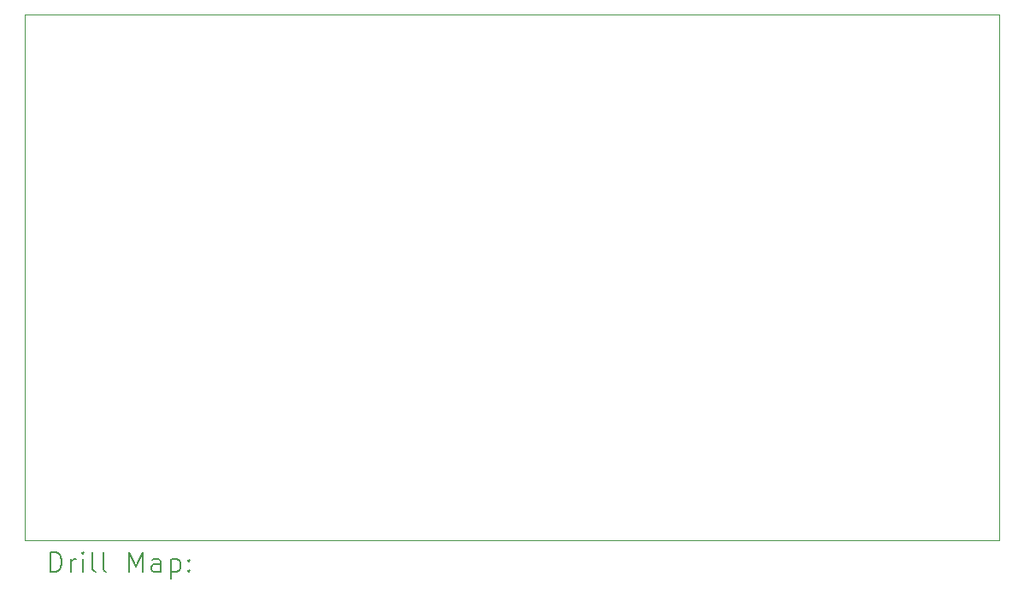
<source format=gbr>
%TF.GenerationSoftware,KiCad,Pcbnew,(6.0.11)*%
%TF.CreationDate,2024-01-05T21:44:51+00:00*%
%TF.ProjectId,LED-RESISTOR-TESTER,4c45442d-5245-4534-9953-544f522d5445,rev?*%
%TF.SameCoordinates,Original*%
%TF.FileFunction,Drillmap*%
%TF.FilePolarity,Positive*%
%FSLAX45Y45*%
G04 Gerber Fmt 4.5, Leading zero omitted, Abs format (unit mm)*
G04 Created by KiCad (PCBNEW (6.0.11)) date 2024-01-05 21:44:51*
%MOMM*%
%LPD*%
G01*
G04 APERTURE LIST*
%ADD10C,0.100000*%
%ADD11C,0.200000*%
G04 APERTURE END LIST*
D10*
X10832000Y-5617500D02*
X20480000Y-5617500D01*
X20480000Y-5617500D02*
X20480000Y-10830500D01*
X20480000Y-10830500D02*
X10832000Y-10830500D01*
X10832000Y-10830500D02*
X10832000Y-5617500D01*
D11*
X11084619Y-11145976D02*
X11084619Y-10945976D01*
X11132238Y-10945976D01*
X11160810Y-10955500D01*
X11179857Y-10974548D01*
X11189381Y-10993595D01*
X11198905Y-11031690D01*
X11198905Y-11060262D01*
X11189381Y-11098357D01*
X11179857Y-11117405D01*
X11160810Y-11136452D01*
X11132238Y-11145976D01*
X11084619Y-11145976D01*
X11284619Y-11145976D02*
X11284619Y-11012643D01*
X11284619Y-11050738D02*
X11294143Y-11031690D01*
X11303667Y-11022167D01*
X11322714Y-11012643D01*
X11341762Y-11012643D01*
X11408428Y-11145976D02*
X11408428Y-11012643D01*
X11408428Y-10945976D02*
X11398905Y-10955500D01*
X11408428Y-10965024D01*
X11417952Y-10955500D01*
X11408428Y-10945976D01*
X11408428Y-10965024D01*
X11532238Y-11145976D02*
X11513190Y-11136452D01*
X11503667Y-11117405D01*
X11503667Y-10945976D01*
X11637000Y-11145976D02*
X11617952Y-11136452D01*
X11608428Y-11117405D01*
X11608428Y-10945976D01*
X11865571Y-11145976D02*
X11865571Y-10945976D01*
X11932238Y-11088833D01*
X11998905Y-10945976D01*
X11998905Y-11145976D01*
X12179857Y-11145976D02*
X12179857Y-11041214D01*
X12170333Y-11022167D01*
X12151286Y-11012643D01*
X12113190Y-11012643D01*
X12094143Y-11022167D01*
X12179857Y-11136452D02*
X12160809Y-11145976D01*
X12113190Y-11145976D01*
X12094143Y-11136452D01*
X12084619Y-11117405D01*
X12084619Y-11098357D01*
X12094143Y-11079310D01*
X12113190Y-11069786D01*
X12160809Y-11069786D01*
X12179857Y-11060262D01*
X12275095Y-11012643D02*
X12275095Y-11212643D01*
X12275095Y-11022167D02*
X12294143Y-11012643D01*
X12332238Y-11012643D01*
X12351286Y-11022167D01*
X12360809Y-11031690D01*
X12370333Y-11050738D01*
X12370333Y-11107881D01*
X12360809Y-11126929D01*
X12351286Y-11136452D01*
X12332238Y-11145976D01*
X12294143Y-11145976D01*
X12275095Y-11136452D01*
X12456048Y-11126929D02*
X12465571Y-11136452D01*
X12456048Y-11145976D01*
X12446524Y-11136452D01*
X12456048Y-11126929D01*
X12456048Y-11145976D01*
X12456048Y-11022167D02*
X12465571Y-11031690D01*
X12456048Y-11041214D01*
X12446524Y-11031690D01*
X12456048Y-11022167D01*
X12456048Y-11041214D01*
M02*

</source>
